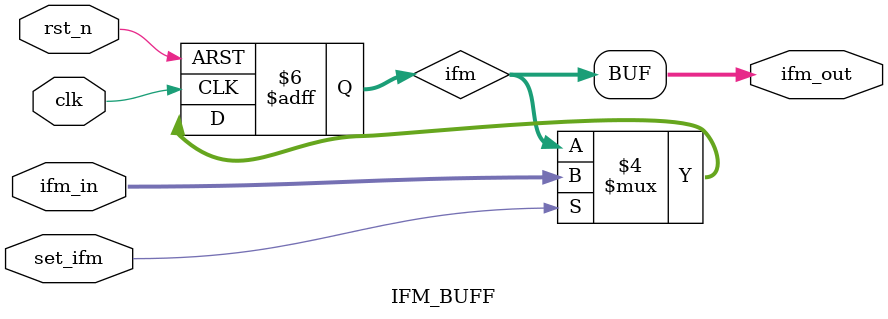
<source format=v>
module IFM_BUFF #(parameter DATA_WIDTH = 8) (
		input clk
	 ,input rst_n
	 ,input set_ifm
	 ,input  [DATA_WIDTH-1:0] ifm_in
	 ,output [DATA_WIDTH-1:0] ifm_out
	 );

	reg [DATA_WIDTH-1:0] ifm;
	
	always @(posedge clk or negedge rst_n) begin
		if(!rst_n) begin
			ifm <= 0;
		end
		else if(set_ifm) begin
			ifm <= ifm_in;
		end
		else begin
			ifm <= ifm;
		end
  end
	assign ifm_out = ifm;
endmodule

</source>
